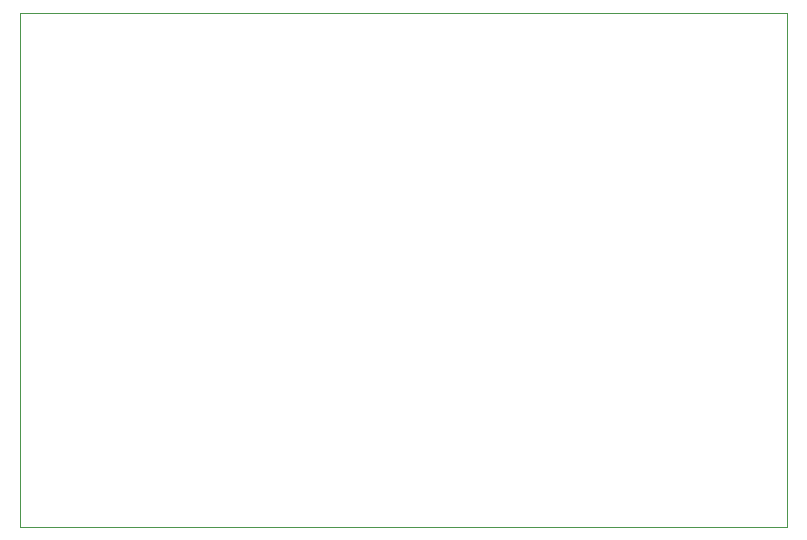
<source format=gbr>
G04 #@! TF.GenerationSoftware,KiCad,Pcbnew,(5.1.2)-1*
G04 #@! TF.CreationDate,2020-03-30T00:08:58+09:00*
G04 #@! TF.ProjectId,L298N_DRIVER,4c323938-4e5f-4445-9249-5645522e6b69,rev?*
G04 #@! TF.SameCoordinates,Original*
G04 #@! TF.FileFunction,Profile,NP*
%FSLAX46Y46*%
G04 Gerber Fmt 4.6, Leading zero omitted, Abs format (unit mm)*
G04 Created by KiCad (PCBNEW (5.1.2)-1) date 2020-03-30 00:08:58*
%MOMM*%
%LPD*%
G04 APERTURE LIST*
%ADD10C,0.050000*%
G04 APERTURE END LIST*
D10*
X184000000Y-44000000D02*
X184000000Y-87500000D01*
X119000000Y-44000000D02*
X119000000Y-87500000D01*
X184000000Y-44000000D02*
X119000000Y-44000000D01*
X184000000Y-87500000D02*
X119000000Y-87500000D01*
M02*

</source>
